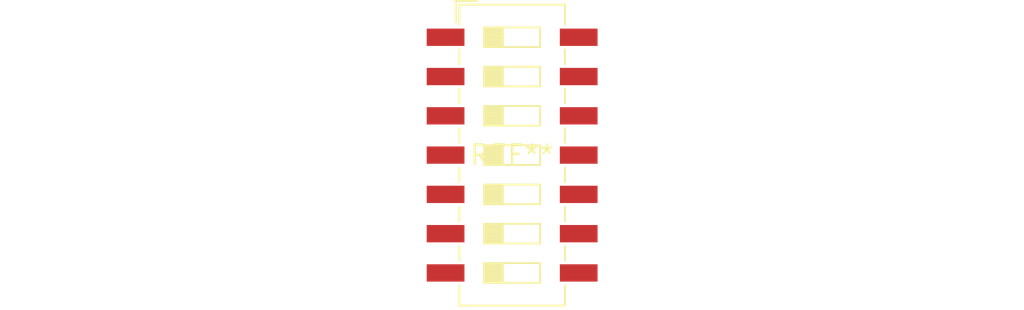
<source format=kicad_pcb>
(kicad_pcb (version 20240108) (generator pcbnew)
  (layers (0 "F.Cu" signal) (31 "B.Cu" signal) (34 "B.Paste" user) (35 "F.Paste" user) (36 "B.SilkS" user "B.Silkscreen") (37 "F.SilkS" user "F.Silkscreen") (38 "B.Mask" user) (39 "F.Mask" user) (44 "Edge.Cuts" user))
  (net 0 "")
  (footprint "SW_DIP_SPSTx07_Slide_6.7x19.34mm_W8.61mm_P2.54mm_LowProfile" (layer "F.Cu") (at 0 0)
    (property "Reference" "REF**")
    (property "Value" "SW_DIP_SPSTx07_Slide_6.7x19.34mm_W8.61mm_P2.54mm_LowProfile")
    (fp_line (start -3.65 -9.97) (end -3.65 -8.587) (layer "F.SilkS") (stroke (width 0.12)))
    (fp_line (start -3.65 -9.97) (end -2.267 -9.97) (layer "F.SilkS") (stroke (width 0.12)))
    (fp_line (start -3.41 -9.73) (end -3.41 -8.42) (layer "F.SilkS") (stroke (width 0.12)))
    (fp_line (start -3.41 -9.73) (end 3.41 -9.73) (layer "F.SilkS") (stroke (width 0.12)))
    (fp_line (start -3.41 -6.82) (end -3.41 -5.88) (layer "F.SilkS") (stroke (width 0.12)))
    (fp_line (start -3.41 -4.28) (end -3.41 -3.34) (layer "F.SilkS") (stroke (width 0.12)))
    (fp_line (start -3.41 -1.74) (end -3.41 -0.8) (layer "F.SilkS") (stroke (width 0.12)))
    (fp_line (start -3.41 0.8) (end -3.41 1.74) (layer "F.SilkS") (stroke (width 0.12)))
    (fp_line (start -3.41 3.34) (end -3.41 4.28) (layer "F.SilkS") (stroke (width 0.12)))
    (fp_line (start -3.41 5.88) (end -3.41 6.82) (layer "F.SilkS") (stroke (width 0.12)))
    (fp_line (start -3.41 8.42) (end -3.41 9.73) (layer "F.SilkS") (stroke (width 0.12)))
    (fp_line (start -3.41 9.73) (end 3.41 9.73) (layer "F.SilkS") (stroke (width 0.12)))
    (fp_line (start -1.81 -8.255) (end -1.81 -6.985) (layer "F.SilkS") (stroke (width 0.12)))
    (fp_line (start -1.81 -8.135) (end -0.603333 -8.135) (layer "F.SilkS") (stroke (width 0.12)))
    (fp_line (start -1.81 -8.015) (end -0.603333 -8.015) (layer "F.SilkS") (stroke (width 0.12)))
    (fp_line (start -1.81 -7.895) (end -0.603333 -7.895) (layer "F.SilkS") (stroke (width 0.12)))
    (fp_line (start -1.81 -7.775) (end -0.603333 -7.775) (layer "F.SilkS") (stroke (width 0.12)))
    (fp_line (start -1.81 -7.655) (end -0.603333 -7.655) (layer "F.SilkS") (stroke (width 0.12)))
    (fp_line (start -1.81 -7.535) (end -0.603333 -7.535) (layer "F.SilkS") (stroke (width 0.12)))
    (fp_line (start -1.81 -7.415) (end -0.603333 -7.415) (layer "F.SilkS") (stroke (width 0.12)))
    (fp_line (start -1.81 -7.295) (end -0.603333 -7.295) (layer "F.SilkS") (stroke (width 0.12)))
    (fp_line (start -1.81 -7.175) (end -0.603333 -7.175) (layer "F.SilkS") (stroke (width 0.12)))
    (fp_line (start -1.81 -7.055) (end -0.603333 -7.055) (layer "F.SilkS") (stroke (width 0.12)))
    (fp_line (start -1.81 -6.985) (end 1.81 -6.985) (layer "F.SilkS") (stroke (width 0.12)))
    (fp_line (start -1.81 -5.715) (end -1.81 -4.445) (layer "F.SilkS") (stroke (width 0.12)))
    (fp_line (start -1.81 -5.595) (end -0.603333 -5.595) (layer "F.SilkS") (stroke (width 0.12)))
    (fp_line (start -1.81 -5.475) (end -0.603333 -5.475) (layer "F.SilkS") (stroke (width 0.12)))
    (fp_line (start -1.81 -5.355) (end -0.603333 -5.355) (layer "F.SilkS") (stroke (width 0.12)))
    (fp_line (start -1.81 -5.235) (end -0.603333 -5.235) (layer "F.SilkS") (stroke (width 0.12)))
    (fp_line (start -1.81 -5.115) (end -0.603333 -5.115) (layer "F.SilkS") (stroke (width 0.12)))
    (fp_line (start -1.81 -4.995) (end -0.603333 -4.995) (layer "F.SilkS") (stroke (width 0.12)))
    (fp_line (start -1.81 -4.875) (end -0.603333 -4.875) (layer "F.SilkS") (stroke (width 0.12)))
    (fp_line (start -1.81 -4.755) (end -0.603333 -4.755) (layer "F.SilkS") (stroke (width 0.12)))
    (fp_line (start -1.81 -4.635) (end -0.603333 -4.635) (layer "F.SilkS") (stroke (width 0.12)))
    (fp_line (start -1.81 -4.515) (end -0.603333 -4.515) (layer "F.SilkS") (stroke (width 0.12)))
    (fp_line (start -1.81 -4.445) (end 1.81 -4.445) (layer "F.SilkS") (stroke (width 0.12)))
    (fp_line (start -1.81 -3.175) (end -1.81 -1.905) (layer "F.SilkS") (stroke (width 0.12)))
    (fp_line (start -1.81 -3.055) (end -0.603333 -3.055) (layer "F.SilkS") (stroke (width 0.12)))
    (fp_line (start -1.81 -2.935) (end -0.603333 -2.935) (layer "F.SilkS") (stroke (width 0.12)))
    (fp_line (start -1.81 -2.815) (end -0.603333 -2.815) (layer "F.SilkS") (stroke (width 0.12)))
    (fp_line (start -1.81 -2.695) (end -0.603333 -2.695) (layer "F.SilkS") (stroke (width 0.12)))
    (fp_line (start -1.81 -2.575) (end -0.603333 -2.575) (layer "F.SilkS") (stroke (width 0.12)))
    (fp_line (start -1.81 -2.455) (end -0.603333 -2.455) (layer "F.SilkS") (stroke (width 0.12)))
    (fp_line (start -1.81 -2.335) (end -0.603333 -2.335) (layer "F.SilkS") (stroke (width 0.12)))
    (fp_line (start -1.81 -2.215) (end -0.603333 -2.215) (layer "F.SilkS") (stroke (width 0.12)))
    (fp_line (start -1.81 -2.095) (end -0.603333 -2.095) (layer "F.SilkS") (stroke (width 0.12)))
    (fp_line (start -1.81 -1.975) (end -0.603333 -1.975) (layer "F.SilkS") (stroke (width 0.12)))
    (fp_line (start -1.81 -1.905) (end 1.81 -1.905) (layer "F.SilkS") (stroke (width 0.12)))
    (fp_line (start -1.81 -0.635) (end -1.81 0.635) (layer "F.SilkS") (stroke (width 0.12)))
    (fp_line (start -1.81 -0.515) (end -0.603333 -0.515) (layer "F.SilkS") (stroke (width 0.12)))
    (fp_line (start -1.81 -0.395) (end -0.603333 -0.395) (layer "F.SilkS") (stroke (width 0.12)))
    (fp_line (start -1.81 -0.275) (end -0.603333 -0.275) (layer "F.SilkS") (stroke (width 0.12)))
    (fp_line (start -1.81 -0.155) (end -0.603333 -0.155) (layer "F.SilkS") (stroke (width 0.12)))
    (fp_line (start -1.81 -0.035) (end -0.603333 -0.035) (layer "F.SilkS") (stroke (width 0.12)))
    (fp_line (start -1.81 0.085) (end -0.603333 0.085) (layer "F.SilkS") (stroke (width 0.12)))
    (fp_line (start -1.81 0.205) (end -0.603333 0.205) (layer "F.SilkS") (stroke (width 0.12)))
    (fp_line (start -1.81 0.325) (end -0.603333 0.325) (layer "F.SilkS") (stroke (width 0.12)))
    (fp_line (start -1.81 0.445) (end -0.603333 0.445) (layer "F.SilkS") (stroke (width 0.12)))
    (fp_line (start -1.81 0.565) (end -0.603333 0.565) (layer "F.SilkS") (stroke (width 0.12)))
    (fp_line (start -1.81 0.635) (end 1.81 0.635) (layer "F.SilkS") (stroke (width 0.12)))
    (fp_line (start -1.81 1.905) (end -1.81 3.175) (layer "F.SilkS") (stroke (width 0.12)))
    (fp_line (start -1.81 2.025) (end -0.603333 2.025) (layer "F.SilkS") (stroke (width 0.12)))
    (fp_line (start -1.81 2.145) (end -0.603333 2.145) (layer "F.SilkS") (stroke (width 0.12)))
    (fp_line (start -1.81 2.265) (end -0.603333 2.265) (layer "F.SilkS") (stroke (width 0.12)))
    (fp_line (start -1.81 2.385) (end -0.603333 2.385) (layer "F.SilkS") (stroke (width 0.12)))
    (fp_line (start -1.81 2.505) (end -0.603333 2.505) (layer "F.SilkS") (stroke (width 0.12)))
    (fp_line (start -1.81 2.625) (end -0.603333 2.625) (layer "F.SilkS") (stroke (width 0.12)))
    (fp_line (start -1.81 2.745) (end -0.603333 2.745) (layer "F.SilkS") (stroke (width 0.12)))
    (fp_line (start -1.81 2.865) (end -0.603333 2.865) (layer "F.SilkS") (stroke (width 0.12)))
    (fp_line (start -1.81 2.985) (end -0.603333 2.985) (layer "F.SilkS") (stroke (width 0.12)))
    (fp_line (start -1.81 3.105) (end -0.603333 3.105) (layer "F.SilkS") (stroke (width 0.12)))
    (fp_line (start -1.81 3.175) (end 1.81 3.175) (layer "F.SilkS") (stroke (width 0.12)))
    (fp_line (start -1.81 4.445) (end -1.81 5.715) (layer "F.SilkS") (stroke (width 0.12)))
    (fp_line (start -1.81 4.565) (end -0.603333 4.565) (layer "F.SilkS") (stroke (width 0.12)))
    (fp_line (start -1.81 4.685) (end -0.603333 4.685) (layer "F.SilkS") (stroke (width 0.12)))
    (fp_line (start -1.81 4.805) (end -0.603333 4.805) (layer "F.SilkS") (stroke (width 0.12)))
    (fp_line (start -1.81 4.925) (end -0.603333 4.925) (layer "F.SilkS") (stroke (width 0.12)))
    (fp_line (start -1.81 5.045) (end -0.603333 5.045) (layer "F.SilkS") (stroke (width 0.12)))
    (fp_line (start -1.81 5.165) (end -0.603333 5.165) (layer "F.SilkS") (stroke (width 0.12)))
    (fp_line (start -1.81 5.285) (end -0.603333 5.285) (layer "F.SilkS") (stroke (width 0.12)))
    (fp_line (start -1.81 5.405) (end -0.603333 5.405) (layer "F.SilkS") (stroke (width 0.12)))
    (fp_line (start -1.81 5.525) (end -0.603333 5.525) (layer "F.SilkS") (stroke (width 0.12)))
    (fp_line (start -1.81 5.645) (end -0.603333 5.645) (layer "F.SilkS") (stroke (width 0.12)))
    (fp_line (start -1.81 5.715) (end 1.81 5.715) (layer "F.SilkS") (stroke (width 0.12)))
    (fp_line (start -1.81 6.985) (end -1.81 8.255) (layer "F.SilkS") (stroke (width 0.12)))
    (fp_line (start -1.81 7.105) (end -0.603333 7.105) (layer "F.SilkS") (stroke (width 0.12)))
    (fp_line (start -1.81 7.225) (end -0.603333 7.225) (layer "F.SilkS") (stroke (width 0.12)))
    (fp_line (start -1.81 7.345) (end -0.603333 7.345) (layer "F.SilkS") (stroke (width 0.12)))
    (fp_line (start -1.81 7.465) (end -0.603333 7.465) (layer "F.SilkS") (stroke (width 0.12)))
    (fp_line (start -1.81 7.585) (end -0.603333 7.585) (layer "F.SilkS") (stroke (width 0.12)))
    (fp_line (start -1.81 7.705) (end -0.603333 7.705) (layer "F.SilkS") (stroke (width 0.12)))
    (fp_line (start -1.81 7.825) (end -0.603333 7.825) (layer "F.SilkS") (stroke (width 0.12)))
    (fp_line (start -1.81 7.945) (end -0.603333 7.945) (layer "F.SilkS") (stroke (width 0.12)))
    (fp_line (start -1.81 8.065) (end -0.603333 8.065) (layer "F.SilkS") (stroke (width 0.12)))
    (fp_line (start -1.81 8.185) (end -0.603333 8.185) (layer "F.SilkS") (stroke (width 0.12)))
    (fp_line (start -1.81 8.255) (end 1.81 8.255) (layer "F.SilkS") (stroke (width 0.12)))
    (fp_line (start -0.603333 -8.255) (end -0.603333 -6.985) (layer "F.SilkS") (stroke (width 0.12)))
    (fp_line (start -0.603333 -5.715) (end -0.603333 -4.445) (layer "F.SilkS") (stroke (width 0.12)))
    (fp_line (start -0.603333 -3.175) (end -0.603333 -1.905) (layer "F.SilkS") (stroke (width 0.12)))
    (fp_line (start -0.603333 -0.635) (end -0.603333 0.635) (layer "F.SilkS") (stroke (width 0.12)))
    (fp_line (start -0.603333 1.905) (end -0.603333 3.175) (layer "F.SilkS") (stroke (width 0.12)))
    (fp_line (start -0.603333 4.445) (end -0.603333 5.715) (layer "F.SilkS") (stroke (width 0.12)))
    (fp_line (start -0.603333 6.985) (end -0.603333 8.255) (layer "F.SilkS") (stroke (width 0.12)))
    (fp_line (start 1.81 -8.255) (end -1.81 -8.255) (layer "F.SilkS") (stroke (width 0.12)))
    (fp_line (start 1.81 -6.985) (end 1.81 -8.255) (layer "F.SilkS") (stroke (width 0.12)))
    (fp_line (start 1.81 -5.715) (end -1.81 -5.715) (layer "F.SilkS") (stroke (width 0.12)))
    (fp_line (start 1.81 -4.445) (end 1.81 -5.715) (layer "F.SilkS") (stroke (width 0.12)))
    (fp_line (start 1.81 -3.175) (end -1.81 -3.175) (layer "F.SilkS") (stroke (width 0.12)))
    (fp_line (start 1.81 -1.905) (end 1.81 -3.175) (layer "F.SilkS") (stroke (width 0.12)))
    (fp_line (start 1.81 -0.635) (end -1.81 -0.635) (layer "F.SilkS") (stroke (width 0.12)))
    (fp_line (start 1.81 0.635) (end 1.81 -0.635) (layer "F.SilkS") (stroke (width 0.12)))
    (fp_line (start 1.81 1.905) (end -1.81 1.905) (layer "F.SilkS") (stroke (width 0.12)))
    (fp_line (start 1.81 3.175) (end 1.81 1.905) (layer "F.SilkS") (stroke (width 0.12)))
    (fp_line (start 1.81 4.445) (end -1.81 4.445) (layer "F.SilkS") (stroke (width 0.12)))
    (fp_line (start 1.81 5.715) (end 1.81 4.445) (layer "F.SilkS") (stroke (width 0.12)))
    (fp_line (start 1.81 6.985) (end -1.81 6.985) (layer "F.SilkS") (stroke (width 0.12)))
    (fp_line (start 1.81 8.255) (end 1.81 6.985) (layer "F.SilkS") (stroke (width 0.12)))
    (fp_line (start 3.41 -9.73) (end 3.41 -8.42) (layer "F.SilkS") (stroke (width 0.12)))
    (fp_line (start 3.41 -6.82) (end 3.41 -5.88) (layer "F.SilkS") (stroke (width 0.12)))
    (fp_line (start 3.41 -4.28) (end 3.41 -3.34) (layer "F.SilkS") (stroke (width 0.12)))
    (fp_line (start 3.41 -1.74) (end 3.41 -0.8) (layer "F.SilkS") (stroke (width 0.12)))
    (fp_line (start 3.41 0.8) (end 3.41 1.74) (layer "F.SilkS") (stroke (width 0.12)))
    (fp_line (start 3.41 3.34) (end 3.41 4.28) (layer "F.SilkS") (stroke (width 0.12)))
    (fp_line (start 3.41 5.88) (end 3.41 6.82) (layer "F.SilkS") (stroke (width 0.12)))
    (fp_line (start 3.41 8.42) (end 3.41 9.73) (layer "F.SilkS") (stroke (width 0.12)))
    (pad "1" smd rect (at -4.305 -7.62) (size 2.44 1.12) (layers "F.Cu" "F.Paste" "F.Mask"))
    (pad "2" smd rect (at -4.305 -5.08) (size 2.44 1.12) (layers "F.Cu" "F.Paste" "F.Mask"))
    (pad "3" smd rect (at -4.305 -2.54) (size 2.44 1.12) (layers "F.Cu" "F.Paste" "F.Mask"))
    (pad "4" smd rect (at -4.305 0) (size 2.44 1.12) (layers "F.Cu" "F.Paste" "F.Mask"))
    (pad "5" smd rect (at -4.305 2.54) (size 2.44 1.12) (layers "F.Cu" "F.Paste" "F.Mask"))
    (pad "6" smd rect (at -4.305 5.08) (size 2.44 1.12) (layers "F.Cu" "F.Paste" "F.Mask"))
    (pad "7" smd rect (at -4.305 7.62) (size 2.44 1.12) (layers "F.Cu" "F.Paste" "F.Mask"))
    (pad "8" smd rect (at 4.305 7.62) (size 2.44 1.12) (layers "F.Cu" "F.Paste" "F.Mask"))
    (pad "9" smd rect (at 4.305 5.08) (size 2.44 1.12) (layers "F.Cu" "F.Paste" "F.Mask"))
    (pad "10" smd rect (at 4.305 2.54) (size 2.44 1.12) (layers "F.Cu" "F.Paste" "F.Mask"))
    (pad "11" smd rect (at 4.305 0) (size 2.44 1.12) (layers "F.Cu" "F.Paste" "F.Mask"))
    (pad "12" smd rect (at 4.305 -2.54) (size 2.44 1.12) (layers "F.Cu" "F.Paste" "F.Mask"))
    (pad "13" smd rect (at 4.305 -5.08) (size 2.44 1.12) (layers "F.Cu" "F.Paste" "F.Mask"))
    (pad "14" smd rect (at 4.305 -7.62) (size 2.44 1.12) (layers "F.Cu" "F.Paste" "F.Mask"))
  )
)
</source>
